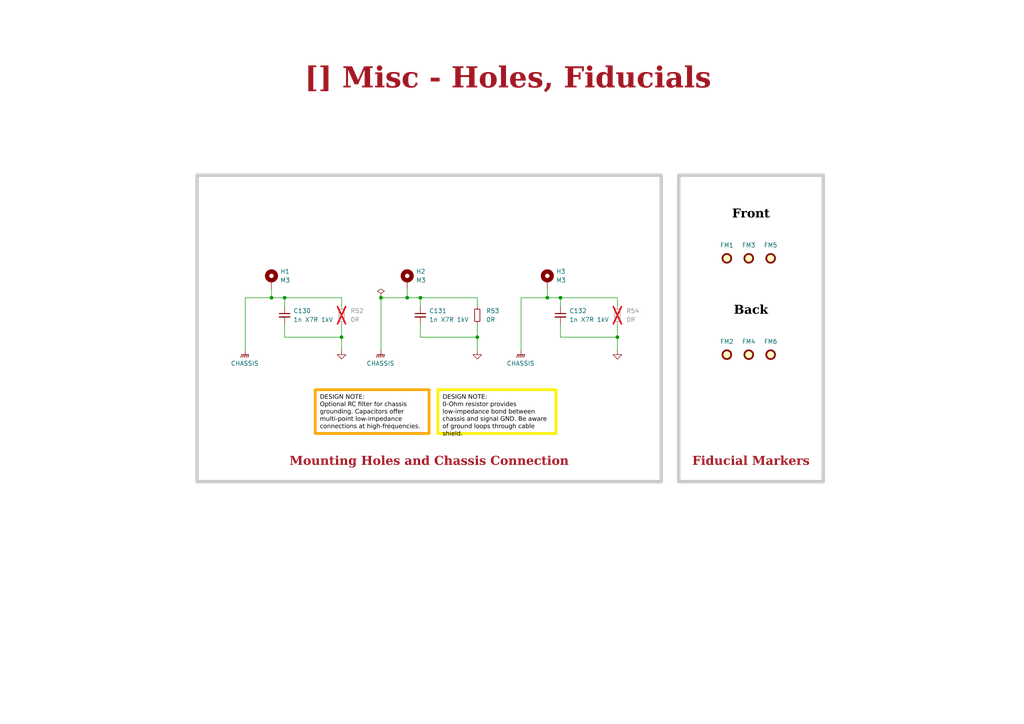
<source format=kicad_sch>
(kicad_sch
	(version 20231120)
	(generator "eeschema")
	(generator_version "8.0")
	(uuid "ea8c4f5e-7a49-4faf-a994-dbc85ed86b0a")
	(paper "A4")
	(title_block
		(title "Misc - Holes, Fiducials")
		(date "2023-10-22")
		(rev "${REVISION}")
		(company "${COMPANY}")
	)
	(lib_symbols
		(symbol "0_power_symbols:CHASSIS"
			(power)
			(pin_names
				(offset 0)
			)
			(exclude_from_sim no)
			(in_bom yes)
			(on_board yes)
			(property "Reference" "#PWR"
				(at 0 -5.08 0)
				(effects
					(font
						(size 1.27 1.27)
					)
					(hide yes)
				)
			)
			(property "Value" "CHASSIS"
				(at 0 -3.302 0)
				(effects
					(font
						(size 1.27 1.27)
					)
				)
			)
			(property "Footprint" ""
				(at 0 -1.27 0)
				(effects
					(font
						(size 1.27 1.27)
					)
					(hide yes)
				)
			)
			(property "Datasheet" ""
				(at 0 -1.27 0)
				(effects
					(font
						(size 1.27 1.27)
					)
					(hide yes)
				)
			)
			(property "Description" "Power symbol creates a global label with name \"CHASSIS\" , global ground"
				(at 0 0 0)
				(effects
					(font
						(size 1.27 1.27)
					)
					(hide yes)
				)
			)
			(property "ki_keywords" "chassis ground"
				(at 0 0 0)
				(effects
					(font
						(size 1.27 1.27)
					)
					(hide yes)
				)
			)
			(symbol "CHASSIS_0_1"
				(polyline
					(pts
						(xy 0 -1.27) (xy 0 0)
					)
					(stroke
						(width 0)
						(type default)
					)
					(fill
						(type none)
					)
				)
				(polyline
					(pts
						(xy -1.016 -1.27) (xy -1.27 -2.032) (xy -1.27 -2.032)
					)
					(stroke
						(width 0.2032)
						(type default)
					)
					(fill
						(type none)
					)
				)
				(polyline
					(pts
						(xy -0.508 -1.27) (xy -0.762 -2.032) (xy -0.762 -2.032)
					)
					(stroke
						(width 0.2032)
						(type default)
					)
					(fill
						(type none)
					)
				)
				(polyline
					(pts
						(xy 0 -1.27) (xy -0.254 -2.032) (xy -0.254 -2.032)
					)
					(stroke
						(width 0.2032)
						(type default)
					)
					(fill
						(type none)
					)
				)
				(polyline
					(pts
						(xy 0.508 -1.27) (xy 0.254 -2.032) (xy 0.254 -2.032)
					)
					(stroke
						(width 0.2032)
						(type default)
					)
					(fill
						(type none)
					)
				)
				(polyline
					(pts
						(xy 1.016 -1.27) (xy -1.016 -1.27) (xy -1.016 -1.27)
					)
					(stroke
						(width 0.2032)
						(type default)
					)
					(fill
						(type none)
					)
				)
				(polyline
					(pts
						(xy 1.016 -1.27) (xy 0.762 -2.032) (xy 0.762 -2.032) (xy 0.762 -2.032)
					)
					(stroke
						(width 0.2032)
						(type default)
					)
					(fill
						(type none)
					)
				)
			)
			(symbol "CHASSIS_1_1"
				(pin power_in line
					(at 0 0 270)
					(length 0) hide
					(name "CHASSIS"
						(effects
							(font
								(size 1.27 1.27)
							)
						)
					)
					(number "1"
						(effects
							(font
								(size 1.27 1.27)
							)
						)
					)
				)
			)
		)
		(symbol "Device:C_Small"
			(pin_numbers hide)
			(pin_names
				(offset 0.254) hide)
			(exclude_from_sim no)
			(in_bom yes)
			(on_board yes)
			(property "Reference" "C"
				(at 0.254 1.778 0)
				(effects
					(font
						(size 1.27 1.27)
					)
					(justify left)
				)
			)
			(property "Value" "C_Small"
				(at 0.254 -2.032 0)
				(effects
					(font
						(size 1.27 1.27)
					)
					(justify left)
				)
			)
			(property "Footprint" ""
				(at 0 0 0)
				(effects
					(font
						(size 1.27 1.27)
					)
					(hide yes)
				)
			)
			(property "Datasheet" "~"
				(at 0 0 0)
				(effects
					(font
						(size 1.27 1.27)
					)
					(hide yes)
				)
			)
			(property "Description" "Unpolarized capacitor, small symbol"
				(at 0 0 0)
				(effects
					(font
						(size 1.27 1.27)
					)
					(hide yes)
				)
			)
			(property "ki_keywords" "capacitor cap"
				(at 0 0 0)
				(effects
					(font
						(size 1.27 1.27)
					)
					(hide yes)
				)
			)
			(property "ki_fp_filters" "C_*"
				(at 0 0 0)
				(effects
					(font
						(size 1.27 1.27)
					)
					(hide yes)
				)
			)
			(symbol "C_Small_0_1"
				(polyline
					(pts
						(xy -1.524 -0.508) (xy 1.524 -0.508)
					)
					(stroke
						(width 0.3302)
						(type default)
					)
					(fill
						(type none)
					)
				)
				(polyline
					(pts
						(xy -1.524 0.508) (xy 1.524 0.508)
					)
					(stroke
						(width 0.3048)
						(type default)
					)
					(fill
						(type none)
					)
				)
			)
			(symbol "C_Small_1_1"
				(pin passive line
					(at 0 2.54 270)
					(length 2.032)
					(name "~"
						(effects
							(font
								(size 1.27 1.27)
							)
						)
					)
					(number "1"
						(effects
							(font
								(size 1.27 1.27)
							)
						)
					)
				)
				(pin passive line
					(at 0 -2.54 90)
					(length 2.032)
					(name "~"
						(effects
							(font
								(size 1.27 1.27)
							)
						)
					)
					(number "2"
						(effects
							(font
								(size 1.27 1.27)
							)
						)
					)
				)
			)
		)
		(symbol "Device:R_Small"
			(pin_numbers hide)
			(pin_names
				(offset 0.254) hide)
			(exclude_from_sim no)
			(in_bom yes)
			(on_board yes)
			(property "Reference" "R"
				(at 0.762 0.508 0)
				(effects
					(font
						(size 1.27 1.27)
					)
					(justify left)
				)
			)
			(property "Value" "R_Small"
				(at 0.762 -1.016 0)
				(effects
					(font
						(size 1.27 1.27)
					)
					(justify left)
				)
			)
			(property "Footprint" ""
				(at 0 0 0)
				(effects
					(font
						(size 1.27 1.27)
					)
					(hide yes)
				)
			)
			(property "Datasheet" "~"
				(at 0 0 0)
				(effects
					(font
						(size 1.27 1.27)
					)
					(hide yes)
				)
			)
			(property "Description" "Resistor, small symbol"
				(at 0 0 0)
				(effects
					(font
						(size 1.27 1.27)
					)
					(hide yes)
				)
			)
			(property "ki_keywords" "R resistor"
				(at 0 0 0)
				(effects
					(font
						(size 1.27 1.27)
					)
					(hide yes)
				)
			)
			(property "ki_fp_filters" "R_*"
				(at 0 0 0)
				(effects
					(font
						(size 1.27 1.27)
					)
					(hide yes)
				)
			)
			(symbol "R_Small_0_1"
				(rectangle
					(start -0.762 1.778)
					(end 0.762 -1.778)
					(stroke
						(width 0.2032)
						(type default)
					)
					(fill
						(type none)
					)
				)
			)
			(symbol "R_Small_1_1"
				(pin passive line
					(at 0 2.54 270)
					(length 0.762)
					(name "~"
						(effects
							(font
								(size 1.27 1.27)
							)
						)
					)
					(number "1"
						(effects
							(font
								(size 1.27 1.27)
							)
						)
					)
				)
				(pin passive line
					(at 0 -2.54 90)
					(length 0.762)
					(name "~"
						(effects
							(font
								(size 1.27 1.27)
							)
						)
					)
					(number "2"
						(effects
							(font
								(size 1.27 1.27)
							)
						)
					)
				)
			)
		)
		(symbol "Mechanical:Fiducial"
			(exclude_from_sim no)
			(in_bom yes)
			(on_board yes)
			(property "Reference" "FID"
				(at 0 5.08 0)
				(effects
					(font
						(size 1.27 1.27)
					)
				)
			)
			(property "Value" "Fiducial"
				(at 0 3.175 0)
				(effects
					(font
						(size 1.27 1.27)
					)
				)
			)
			(property "Footprint" ""
				(at 0 0 0)
				(effects
					(font
						(size 1.27 1.27)
					)
					(hide yes)
				)
			)
			(property "Datasheet" "~"
				(at 0 0 0)
				(effects
					(font
						(size 1.27 1.27)
					)
					(hide yes)
				)
			)
			(property "Description" "Fiducial Marker"
				(at 0 0 0)
				(effects
					(font
						(size 1.27 1.27)
					)
					(hide yes)
				)
			)
			(property "ki_keywords" "fiducial marker"
				(at 0 0 0)
				(effects
					(font
						(size 1.27 1.27)
					)
					(hide yes)
				)
			)
			(property "ki_fp_filters" "Fiducial*"
				(at 0 0 0)
				(effects
					(font
						(size 1.27 1.27)
					)
					(hide yes)
				)
			)
			(symbol "Fiducial_0_1"
				(circle
					(center 0 0)
					(radius 1.27)
					(stroke
						(width 0.508)
						(type default)
					)
					(fill
						(type background)
					)
				)
			)
		)
		(symbol "Mechanical:MountingHole_Pad"
			(pin_numbers hide)
			(pin_names
				(offset 1.016) hide)
			(exclude_from_sim no)
			(in_bom yes)
			(on_board yes)
			(property "Reference" "H"
				(at 0 6.35 0)
				(effects
					(font
						(size 1.27 1.27)
					)
				)
			)
			(property "Value" "MountingHole_Pad"
				(at 0 4.445 0)
				(effects
					(font
						(size 1.27 1.27)
					)
				)
			)
			(property "Footprint" ""
				(at 0 0 0)
				(effects
					(font
						(size 1.27 1.27)
					)
					(hide yes)
				)
			)
			(property "Datasheet" "~"
				(at 0 0 0)
				(effects
					(font
						(size 1.27 1.27)
					)
					(hide yes)
				)
			)
			(property "Description" "Mounting Hole with connection"
				(at 0 0 0)
				(effects
					(font
						(size 1.27 1.27)
					)
					(hide yes)
				)
			)
			(property "ki_keywords" "mounting hole"
				(at 0 0 0)
				(effects
					(font
						(size 1.27 1.27)
					)
					(hide yes)
				)
			)
			(property "ki_fp_filters" "MountingHole*Pad*"
				(at 0 0 0)
				(effects
					(font
						(size 1.27 1.27)
					)
					(hide yes)
				)
			)
			(symbol "MountingHole_Pad_0_1"
				(circle
					(center 0 1.27)
					(radius 1.27)
					(stroke
						(width 1.27)
						(type default)
					)
					(fill
						(type none)
					)
				)
			)
			(symbol "MountingHole_Pad_1_1"
				(pin input line
					(at 0 -2.54 90)
					(length 2.54)
					(name "1"
						(effects
							(font
								(size 1.27 1.27)
							)
						)
					)
					(number "1"
						(effects
							(font
								(size 1.27 1.27)
							)
						)
					)
				)
			)
		)
		(symbol "power:GND"
			(power)
			(pin_names
				(offset 0)
			)
			(exclude_from_sim no)
			(in_bom yes)
			(on_board yes)
			(property "Reference" "#PWR"
				(at 0 -6.35 0)
				(effects
					(font
						(size 1.27 1.27)
					)
					(hide yes)
				)
			)
			(property "Value" "GND"
				(at 0 -3.81 0)
				(effects
					(font
						(size 1.27 1.27)
					)
				)
			)
			(property "Footprint" ""
				(at 0 0 0)
				(effects
					(font
						(size 1.27 1.27)
					)
					(hide yes)
				)
			)
			(property "Datasheet" ""
				(at 0 0 0)
				(effects
					(font
						(size 1.27 1.27)
					)
					(hide yes)
				)
			)
			(property "Description" "Power symbol creates a global label with name \"GND\" , ground"
				(at 0 0 0)
				(effects
					(font
						(size 1.27 1.27)
					)
					(hide yes)
				)
			)
			(property "ki_keywords" "global power"
				(at 0 0 0)
				(effects
					(font
						(size 1.27 1.27)
					)
					(hide yes)
				)
			)
			(symbol "GND_0_1"
				(polyline
					(pts
						(xy 0 0) (xy 0 -1.27) (xy 1.27 -1.27) (xy 0 -2.54) (xy -1.27 -1.27) (xy 0 -1.27)
					)
					(stroke
						(width 0)
						(type default)
					)
					(fill
						(type none)
					)
				)
			)
			(symbol "GND_1_1"
				(pin power_in line
					(at 0 0 270)
					(length 0) hide
					(name "GND"
						(effects
							(font
								(size 1.27 1.27)
							)
						)
					)
					(number "1"
						(effects
							(font
								(size 1.27 1.27)
							)
						)
					)
				)
			)
		)
		(symbol "power:PWR_FLAG"
			(power)
			(pin_numbers hide)
			(pin_names
				(offset 0) hide)
			(exclude_from_sim no)
			(in_bom yes)
			(on_board yes)
			(property "Reference" "#FLG"
				(at 0 1.905 0)
				(effects
					(font
						(size 1.27 1.27)
					)
					(hide yes)
				)
			)
			(property "Value" "PWR_FLAG"
				(at 0 3.81 0)
				(effects
					(font
						(size 1.27 1.27)
					)
				)
			)
			(property "Footprint" ""
				(at 0 0 0)
				(effects
					(font
						(size 1.27 1.27)
					)
					(hide yes)
				)
			)
			(property "Datasheet" "~"
				(at 0 0 0)
				(effects
					(font
						(size 1.27 1.27)
					)
					(hide yes)
				)
			)
			(property "Description" "Special symbol for telling ERC where power comes from"
				(at 0 0 0)
				(effects
					(font
						(size 1.27 1.27)
					)
					(hide yes)
				)
			)
			(property "ki_keywords" "flag power"
				(at 0 0 0)
				(effects
					(font
						(size 1.27 1.27)
					)
					(hide yes)
				)
			)
			(symbol "PWR_FLAG_0_0"
				(pin power_out line
					(at 0 0 90)
					(length 0)
					(name "pwr"
						(effects
							(font
								(size 1.27 1.27)
							)
						)
					)
					(number "1"
						(effects
							(font
								(size 1.27 1.27)
							)
						)
					)
				)
			)
			(symbol "PWR_FLAG_0_1"
				(polyline
					(pts
						(xy 0 0) (xy 0 1.27) (xy -1.016 1.905) (xy 0 2.54) (xy 1.016 1.905) (xy 0 1.27)
					)
					(stroke
						(width 0)
						(type default)
					)
					(fill
						(type none)
					)
				)
			)
		)
	)
	(junction
		(at 110.49 86.36)
		(diameter 0)
		(color 0 0 0 0)
		(uuid "2671e51f-ec75-472c-b37c-11458bfbd629")
	)
	(junction
		(at 158.75 86.36)
		(diameter 0)
		(color 0 0 0 0)
		(uuid "34ccfe2e-dab2-46c8-b22e-9d3bf08425df")
	)
	(junction
		(at 78.74 86.36)
		(diameter 0)
		(color 0 0 0 0)
		(uuid "50e4a717-3222-4efa-9f34-af71f1292755")
	)
	(junction
		(at 138.43 97.79)
		(diameter 0)
		(color 0 0 0 0)
		(uuid "54b20158-40c5-4c8d-88b2-0b73f7c28cfa")
	)
	(junction
		(at 118.11 86.36)
		(diameter 0)
		(color 0 0 0 0)
		(uuid "5a09713d-ca89-42d4-b0b2-1a6666f49220")
	)
	(junction
		(at 99.06 97.79)
		(diameter 0)
		(color 0 0 0 0)
		(uuid "65426912-09cd-440f-b7f5-5a8afb2e90fa")
	)
	(junction
		(at 82.55 86.36)
		(diameter 0)
		(color 0 0 0 0)
		(uuid "775c647b-4c75-4721-b427-72db6fc1f934")
	)
	(junction
		(at 162.56 86.36)
		(diameter 0)
		(color 0 0 0 0)
		(uuid "9731c369-b1b4-4f7c-8972-075e7bc97c0e")
	)
	(junction
		(at 121.92 86.36)
		(diameter 0)
		(color 0 0 0 0)
		(uuid "a76bb50b-5246-4597-8563-82ca22755ec3")
	)
	(junction
		(at 179.07 97.79)
		(diameter 0)
		(color 0 0 0 0)
		(uuid "e1534036-ffc9-4c5e-becd-2ad519cbb8a7")
	)
	(wire
		(pts
			(xy 78.74 86.36) (xy 82.55 86.36)
		)
		(stroke
			(width 0)
			(type default)
		)
		(uuid "0823791f-c5e2-4a35-85c8-6175d5f3c299")
	)
	(wire
		(pts
			(xy 82.55 97.79) (xy 99.06 97.79)
		)
		(stroke
			(width 0)
			(type default)
		)
		(uuid "0c177d00-8f79-4640-91e0-645c3f662e20")
	)
	(wire
		(pts
			(xy 99.06 97.79) (xy 99.06 93.98)
		)
		(stroke
			(width 0)
			(type default)
		)
		(uuid "1b01e6c5-1f17-46fa-8e8a-60d574f30680")
	)
	(wire
		(pts
			(xy 179.07 97.79) (xy 179.07 101.6)
		)
		(stroke
			(width 0)
			(type default)
		)
		(uuid "1cd6e6bc-498a-4e6b-a72d-4b1306b4756f")
	)
	(wire
		(pts
			(xy 162.56 86.36) (xy 162.56 88.9)
		)
		(stroke
			(width 0)
			(type default)
		)
		(uuid "30cab861-8248-431e-8805-069f310e442b")
	)
	(wire
		(pts
			(xy 158.75 83.82) (xy 158.75 86.36)
		)
		(stroke
			(width 0)
			(type default)
		)
		(uuid "35120fbf-7ce9-44e7-8214-2fee9bed7658")
	)
	(wire
		(pts
			(xy 151.13 86.36) (xy 158.75 86.36)
		)
		(stroke
			(width 0)
			(type default)
		)
		(uuid "38a674c9-50ac-48e3-b437-4b2bd8dd2fc5")
	)
	(wire
		(pts
			(xy 151.13 101.6) (xy 151.13 86.36)
		)
		(stroke
			(width 0)
			(type default)
		)
		(uuid "3c9ffa5c-5b66-470d-8074-a921fdc83d88")
	)
	(wire
		(pts
			(xy 138.43 86.36) (xy 138.43 88.9)
		)
		(stroke
			(width 0)
			(type default)
		)
		(uuid "4a491d60-d374-4c8d-9903-8923e4596332")
	)
	(wire
		(pts
			(xy 179.07 86.36) (xy 179.07 88.9)
		)
		(stroke
			(width 0)
			(type default)
		)
		(uuid "4d34d9c3-40e0-435c-8592-a0abaa469bf8")
	)
	(wire
		(pts
			(xy 82.55 93.98) (xy 82.55 97.79)
		)
		(stroke
			(width 0)
			(type default)
		)
		(uuid "5bba0834-9fb3-45b8-9d66-e56f7be5b49e")
	)
	(wire
		(pts
			(xy 110.49 86.36) (xy 110.49 101.6)
		)
		(stroke
			(width 0)
			(type default)
		)
		(uuid "5e6f0f6b-50d1-421c-b3c5-5ac57ce5ad94")
	)
	(wire
		(pts
			(xy 121.92 86.36) (xy 138.43 86.36)
		)
		(stroke
			(width 0)
			(type default)
		)
		(uuid "5fd34ae5-f7af-4231-a6dd-abc9ba357567")
	)
	(wire
		(pts
			(xy 99.06 86.36) (xy 99.06 88.9)
		)
		(stroke
			(width 0)
			(type default)
		)
		(uuid "5fd881e1-89bc-4ff4-b4df-18a90eecb331")
	)
	(wire
		(pts
			(xy 71.12 86.36) (xy 78.74 86.36)
		)
		(stroke
			(width 0)
			(type default)
		)
		(uuid "62da073a-1163-4a55-ab30-df995a1657b0")
	)
	(wire
		(pts
			(xy 162.56 97.79) (xy 179.07 97.79)
		)
		(stroke
			(width 0)
			(type default)
		)
		(uuid "635e4d47-8c11-44db-924b-3650cd7f27ea")
	)
	(wire
		(pts
			(xy 158.75 86.36) (xy 162.56 86.36)
		)
		(stroke
			(width 0)
			(type default)
		)
		(uuid "6ffce783-c21f-440f-a793-b39b9aae2621")
	)
	(wire
		(pts
			(xy 138.43 97.79) (xy 138.43 93.98)
		)
		(stroke
			(width 0)
			(type default)
		)
		(uuid "74a839df-3cbe-49b0-9677-02ba0f8f991a")
	)
	(wire
		(pts
			(xy 118.11 86.36) (xy 121.92 86.36)
		)
		(stroke
			(width 0)
			(type default)
		)
		(uuid "74b425ab-f12e-4227-ac7e-bec15e855ba9")
	)
	(wire
		(pts
			(xy 118.11 83.82) (xy 118.11 86.36)
		)
		(stroke
			(width 0)
			(type default)
		)
		(uuid "76910f3e-6fcd-4ce7-bb15-1315be242c2b")
	)
	(wire
		(pts
			(xy 121.92 93.98) (xy 121.92 97.79)
		)
		(stroke
			(width 0)
			(type default)
		)
		(uuid "79216d51-401b-49b8-8e81-24bf76f843e6")
	)
	(wire
		(pts
			(xy 121.92 97.79) (xy 138.43 97.79)
		)
		(stroke
			(width 0)
			(type default)
		)
		(uuid "8df3ff34-b802-4582-9f64-fd271cf84211")
	)
	(wire
		(pts
			(xy 78.74 83.82) (xy 78.74 86.36)
		)
		(stroke
			(width 0)
			(type default)
		)
		(uuid "971f1b16-11d7-4483-b0c7-03dfd59cdf8f")
	)
	(wire
		(pts
			(xy 179.07 97.79) (xy 179.07 93.98)
		)
		(stroke
			(width 0)
			(type default)
		)
		(uuid "9b020132-b37d-475b-b9ff-adfcd962e068")
	)
	(wire
		(pts
			(xy 162.56 86.36) (xy 179.07 86.36)
		)
		(stroke
			(width 0)
			(type default)
		)
		(uuid "a943c666-7918-4f78-9690-3bfb0e2d1882")
	)
	(wire
		(pts
			(xy 121.92 86.36) (xy 121.92 88.9)
		)
		(stroke
			(width 0)
			(type default)
		)
		(uuid "ab4bb696-caf2-4039-9420-de3cc4d650e8")
	)
	(wire
		(pts
			(xy 162.56 93.98) (xy 162.56 97.79)
		)
		(stroke
			(width 0)
			(type default)
		)
		(uuid "aea56dab-6f31-4d66-834d-fc170e1a7aea")
	)
	(wire
		(pts
			(xy 82.55 86.36) (xy 82.55 88.9)
		)
		(stroke
			(width 0)
			(type default)
		)
		(uuid "b13f7674-89fa-4309-8a05-27104587c6dd")
	)
	(wire
		(pts
			(xy 82.55 86.36) (xy 99.06 86.36)
		)
		(stroke
			(width 0)
			(type default)
		)
		(uuid "b68389f7-c557-486c-9197-6e11e8c11737")
	)
	(wire
		(pts
			(xy 138.43 97.79) (xy 138.43 101.6)
		)
		(stroke
			(width 0)
			(type default)
		)
		(uuid "bc6d1235-059a-4ab5-9be1-f0357585956f")
	)
	(wire
		(pts
			(xy 99.06 97.79) (xy 99.06 101.6)
		)
		(stroke
			(width 0)
			(type default)
		)
		(uuid "bd7397cb-8120-48ab-abe0-afad80f3bc5a")
	)
	(wire
		(pts
			(xy 110.49 86.36) (xy 118.11 86.36)
		)
		(stroke
			(width 0)
			(type default)
		)
		(uuid "c3cfc28a-b959-4af5-a911-649b47468612")
	)
	(wire
		(pts
			(xy 71.12 101.6) (xy 71.12 86.36)
		)
		(stroke
			(width 0)
			(type default)
		)
		(uuid "ea9e97f7-a3eb-4ac8-a083-694c71ae9070")
	)
	(rectangle
		(start 57.15 50.8)
		(end 191.77 139.7)
		(stroke
			(width 1)
			(type default)
			(color 200 200 200 1)
		)
		(fill
			(type none)
		)
		(uuid 82ae8423-861f-411a-a576-47afbe0c084e)
	)
	(rectangle
		(start 196.85 50.8)
		(end 238.76 139.7)
		(stroke
			(width 1)
			(type default)
			(color 200 200 200 1)
		)
		(fill
			(type none)
		)
		(uuid c43bbf9f-5608-4e8e-a85d-9703774f034f)
	)
	(text_box "Front"
		(exclude_from_sim no)
		(at 198.12 55.88 0)
		(size 39.37 9.525)
		(stroke
			(width -0.0001)
			(type default)
		)
		(fill
			(type none)
		)
		(effects
			(font
				(face "Times New Roman")
				(size 2.54 2.54)
				(thickness 0.508)
				(bold yes)
				(color 0 0 0 1)
			)
			(justify bottom)
		)
		(uuid "1d5b5447-d118-43c6-8e07-181e73a087b1")
	)
	(text_box "Back"
		(exclude_from_sim no)
		(at 198.12 83.82 0)
		(size 39.37 9.525)
		(stroke
			(width -0.0001)
			(type default)
		)
		(fill
			(type none)
		)
		(effects
			(font
				(face "Times New Roman")
				(size 2.54 2.54)
				(thickness 0.508)
				(bold yes)
				(color 0 0 0 1)
			)
			(justify bottom)
		)
		(uuid "675351b1-efd8-4338-b2dd-fe81908e1bcf")
	)
	(text_box "DESIGN NOTE:\n0-Ohm resistor provides low-impedance bond between chassis and signal GND. Be aware of ground loops through cable shield."
		(exclude_from_sim no)
		(at 127 113.03 0)
		(size 34.29 12.7)
		(stroke
			(width 0.8)
			(type solid)
			(color 250 236 0 1)
		)
		(fill
			(type none)
		)
		(effects
			(font
				(face "Arial")
				(size 1.27 1.27)
				(color 0 0 0 1)
			)
			(justify left top)
		)
		(uuid "6a246a01-23fc-4f1c-baf7-56a4e92e2a9d")
	)
	(text_box "[${#}] ${TITLE}"
		(exclude_from_sim no)
		(at 78.74 16.51 0)
		(size 137.16 12.7)
		(stroke
			(width -0.0001)
			(type default)
		)
		(fill
			(type none)
		)
		(effects
			(font
				(face "Times New Roman")
				(size 6 6)
				(thickness 1.2)
				(bold yes)
				(color 162 22 34 1)
			)
		)
		(uuid "6f6adca3-38fb-4548-991f-a67c696d3893")
	)
	(text_box "Fiducial Markers"
		(exclude_from_sim no)
		(at 198.12 128.27 0)
		(size 39.37 8.89)
		(stroke
			(width -0.0001)
			(type default)
		)
		(fill
			(type none)
		)
		(effects
			(font
				(face "Times New Roman")
				(size 2.54 2.54)
				(thickness 0.508)
				(bold yes)
				(color 162 22 34 1)
			)
			(justify bottom)
		)
		(uuid "9ef95005-5fe5-4dd8-807e-dabd6e8b6331")
	)
	(text_box "Mounting Holes and Chassis Connection"
		(exclude_from_sim no)
		(at 58.42 128.27 0)
		(size 132.08 8.89)
		(stroke
			(width -0.0001)
			(type default)
		)
		(fill
			(type none)
		)
		(effects
			(font
				(face "Times New Roman")
				(size 2.54 2.54)
				(thickness 0.508)
				(bold yes)
				(color 162 22 34 1)
			)
			(justify bottom)
		)
		(uuid "a72e32ee-68db-4ba6-b711-30c77c532aaa")
	)
	(text_box "DESIGN NOTE:\nOptional RC filter for chassis grounding. Capacitors offer multi-point low-impedance connections at high-frequencies."
		(exclude_from_sim no)
		(at 91.44 113.03 0)
		(size 33.02 12.7)
		(stroke
			(width 0.8)
			(type solid)
			(color 255 165 0 1)
		)
		(fill
			(type none)
		)
		(effects
			(font
				(face "Arial")
				(size 1.27 1.27)
				(color 0 0 0 1)
			)
			(justify left top)
		)
		(uuid "b0698c83-9d53-44ab-9c35-f058c0324aa4")
	)
	(symbol
		(lib_id "power:GND")
		(at 99.06 101.6 0)
		(unit 1)
		(exclude_from_sim no)
		(in_bom yes)
		(on_board yes)
		(dnp no)
		(uuid "008f8286-5966-4d9f-9d95-8c1d4af2cccc")
		(property "Reference" "#PWR091"
			(at 99.06 107.95 0)
			(effects
				(font
					(size 1.27 1.27)
				)
				(hide yes)
			)
		)
		(property "Value" "GND"
			(at 99.06 105.41 0)
			(effects
				(font
					(size 1.27 1.27)
				)
				(hide yes)
			)
		)
		(property "Footprint" ""
			(at 99.06 101.6 0)
			(effects
				(font
					(size 1.27 1.27)
				)
				(hide yes)
			)
		)
		(property "Datasheet" ""
			(at 99.06 101.6 0)
			(effects
				(font
					(size 1.27 1.27)
				)
				(hide yes)
			)
		)
		(property "Description" ""
			(at 99.06 101.6 0)
			(effects
				(font
					(size 1.27 1.27)
				)
				(hide yes)
			)
		)
		(pin "1"
			(uuid "b4c1181e-e87e-49cc-96e6-bfce7fdf2b8b")
		)
		(instances
			(project "pcb2blender_tmp"
				(path "/0650c7a8-acba-429c-9f8e-eec0baf0bc1c/fede4c36-00cc-4d3d-b71c-5243ba232202/c35a2394-f5db-4d2b-a6ba-34798059bc1f"
					(reference "#PWR091")
					(unit 1)
				)
			)
		)
	)
	(symbol
		(lib_id "Device:C_Small")
		(at 82.55 91.44 0)
		(unit 1)
		(exclude_from_sim no)
		(in_bom yes)
		(on_board yes)
		(dnp no)
		(fields_autoplaced yes)
		(uuid "04b77f75-6a68-4d8c-8e1b-5f78ca43aa31")
		(property "Reference" "C130"
			(at 85.09 90.1763 0)
			(effects
				(font
					(size 1.27 1.27)
				)
				(justify left)
			)
		)
		(property "Value" "1n X7R 1kV"
			(at 85.09 92.7163 0)
			(effects
				(font
					(size 1.27 1.27)
				)
				(justify left)
			)
		)
		(property "Footprint" "0_capacitor_smd:C_0603_1608_DensityHigh"
			(at 82.55 91.44 0)
			(effects
				(font
					(size 1.27 1.27)
				)
				(hide yes)
			)
		)
		(property "Datasheet" "https://connect.kemet.com:7667/gateway/IntelliData-ComponentDocumentation/1.0/download/specsheet/C0603V102KDRAC7867"
			(at 82.55 91.44 0)
			(effects
				(font
					(size 1.27 1.27)
				)
				(hide yes)
			)
		)
		(property "Description" "1000 pF ±10% 1000V (1kV) Ceramic Capacitor X7R 0603 (1608 Metric)"
			(at 82.55 91.44 0)
			(effects
				(font
					(size 1.27 1.27)
				)
				(hide yes)
			)
		)
		(property "Manufacturer" "KEMET"
			(at 82.55 91.44 0)
			(effects
				(font
					(size 1.27 1.27)
				)
				(hide yes)
			)
		)
		(property "Manufacturer Part Number" "C0603V102KDRAC7867"
			(at 82.55 91.44 0)
			(effects
				(font
					(size 1.27 1.27)
				)
				(hide yes)
			)
		)
		(property "Supplier 1" "Digikey"
			(at 82.55 91.44 0)
			(effects
				(font
					(size 1.27 1.27)
				)
				(hide yes)
			)
		)
		(property "Supplier Part Number 1" "399-12306-1-ND"
			(at 82.55 91.44 0)
			(effects
				(font
					(size 1.27 1.27)
				)
				(hide yes)
			)
		)
		(pin "1"
			(uuid "4a24eb71-9d59-449f-8191-889bbae59723")
		)
		(pin "2"
			(uuid "cfdee5ff-8322-4c01-8509-34faf6a9db6b")
		)
		(instances
			(project "pcb2blender_tmp"
				(path "/0650c7a8-acba-429c-9f8e-eec0baf0bc1c/fede4c36-00cc-4d3d-b71c-5243ba232202/c35a2394-f5db-4d2b-a6ba-34798059bc1f"
					(reference "C130")
					(unit 1)
				)
			)
		)
	)
	(symbol
		(lib_id "Mechanical:Fiducial")
		(at 210.82 102.87 0)
		(unit 1)
		(exclude_from_sim no)
		(in_bom no)
		(on_board yes)
		(dnp no)
		(uuid "11ef4624-301a-4881-80b3-d63e1c780e46")
		(property "Reference" "FM2"
			(at 210.82 99.06 0)
			(effects
				(font
					(size 1.27 1.27)
				)
			)
		)
		(property "Value" "Fiducial"
			(at 213.36 104.14 0)
			(effects
				(font
					(size 1.27 1.27)
				)
				(justify left)
				(hide yes)
			)
		)
		(property "Footprint" "0_fiducials:Fiducial_1mm_Mask2mm"
			(at 210.82 102.87 0)
			(effects
				(font
					(size 1.27 1.27)
				)
				(hide yes)
			)
		)
		(property "Datasheet" "~"
			(at 210.82 102.87 0)
			(effects
				(font
					(size 1.27 1.27)
				)
				(hide yes)
			)
		)
		(property "Description" ""
			(at 210.82 102.87 0)
			(effects
				(font
					(size 1.27 1.27)
				)
				(hide yes)
			)
		)
		(instances
			(project "pcb2blender_tmp"
				(path "/0650c7a8-acba-429c-9f8e-eec0baf0bc1c/fede4c36-00cc-4d3d-b71c-5243ba232202/c35a2394-f5db-4d2b-a6ba-34798059bc1f"
					(reference "FM2")
					(unit 1)
				)
			)
		)
	)
	(symbol
		(lib_id "Mechanical:Fiducial")
		(at 223.52 74.93 0)
		(unit 1)
		(exclude_from_sim no)
		(in_bom no)
		(on_board yes)
		(dnp no)
		(uuid "18aa3419-68bf-4019-9f70-04bfac735c16")
		(property "Reference" "FM5"
			(at 223.52 71.12 0)
			(effects
				(font
					(size 1.27 1.27)
				)
			)
		)
		(property "Value" "Fiducial"
			(at 226.06 76.2 0)
			(effects
				(font
					(size 1.27 1.27)
				)
				(justify left)
				(hide yes)
			)
		)
		(property "Footprint" "0_fiducials:Fiducial_1mm_Mask2mm"
			(at 223.52 74.93 0)
			(effects
				(font
					(size 1.27 1.27)
				)
				(hide yes)
			)
		)
		(property "Datasheet" "~"
			(at 223.52 74.93 0)
			(effects
				(font
					(size 1.27 1.27)
				)
				(hide yes)
			)
		)
		(property "Description" ""
			(at 223.52 74.93 0)
			(effects
				(font
					(size 1.27 1.27)
				)
				(hide yes)
			)
		)
		(instances
			(project "pcb2blender_tmp"
				(path "/0650c7a8-acba-429c-9f8e-eec0baf0bc1c/fede4c36-00cc-4d3d-b71c-5243ba232202/c35a2394-f5db-4d2b-a6ba-34798059bc1f"
					(reference "FM5")
					(unit 1)
				)
			)
		)
	)
	(symbol
		(lib_id "Device:R_Small")
		(at 179.07 91.44 0)
		(unit 1)
		(exclude_from_sim no)
		(in_bom no)
		(on_board yes)
		(dnp yes)
		(fields_autoplaced yes)
		(uuid "23594b87-582c-4cc7-ab62-820b8cc12ad0")
		(property "Reference" "R54"
			(at 181.61 90.17 0)
			(effects
				(font
					(size 1.27 1.27)
				)
				(justify left)
			)
		)
		(property "Value" "0R"
			(at 181.61 92.71 0)
			(effects
				(font
					(size 1.27 1.27)
				)
				(justify left)
			)
		)
		(property "Footprint" "0_resistor_smd:R_0603_1608_DensityHigh"
			(at 179.07 91.44 0)
			(effects
				(font
					(size 1.27 1.27)
				)
				(hide yes)
			)
		)
		(property "Datasheet" "https://www.vishay.com/docs/20043/crcwhpe3.pdf"
			(at 179.07 91.44 0)
			(effects
				(font
					(size 1.27 1.27)
				)
				(hide yes)
			)
		)
		(property "Description" "0 Ohms Jumper Chip Resistor 0603 (1608 Metric) Automotive AEC-Q200, Pulse Withstanding Thick Film"
			(at 179.07 91.44 0)
			(effects
				(font
					(size 1.27 1.27)
				)
				(hide yes)
			)
		)
		(property "Manufacturer" "Vishay"
			(at 179.07 91.44 0)
			(effects
				(font
					(size 1.27 1.27)
				)
				(hide yes)
			)
		)
		(property "Manufacturer Part Number" "CRCW06030000Z0EAHP"
			(at 179.07 91.44 0)
			(effects
				(font
					(size 1.27 1.27)
				)
				(hide yes)
			)
		)
		(property "Supplier 1" "Digikey"
			(at 179.07 91.44 0)
			(effects
				(font
					(size 1.27 1.27)
				)
				(hide yes)
			)
		)
		(property "Supplier Part Number 1" "541-0.0SBCT-ND"
			(at 179.07 91.44 0)
			(effects
				(font
					(size 1.27 1.27)
				)
				(hide yes)
			)
		)
		(pin "1"
			(uuid "923b8a58-f525-4b3f-a605-87afd6044f1c")
		)
		(pin "2"
			(uuid "505ad2f5-8084-4907-abfd-077c02252d3d")
		)
		(instances
			(project "pcb2blender_tmp"
				(path "/0650c7a8-acba-429c-9f8e-eec0baf0bc1c/fede4c36-00cc-4d3d-b71c-5243ba232202/c35a2394-f5db-4d2b-a6ba-34798059bc1f"
					(reference "R54")
					(unit 1)
				)
			)
		)
	)
	(symbol
		(lib_id "Mechanical:MountingHole_Pad")
		(at 78.74 81.28 0)
		(unit 1)
		(exclude_from_sim no)
		(in_bom no)
		(on_board yes)
		(dnp no)
		(fields_autoplaced yes)
		(uuid "29329ba3-7cbe-456e-ab4e-8b504a4f3865")
		(property "Reference" "H1"
			(at 81.28 78.74 0)
			(effects
				(font
					(size 1.27 1.27)
				)
				(justify left)
			)
		)
		(property "Value" "M3"
			(at 81.28 81.28 0)
			(effects
				(font
					(size 1.27 1.27)
				)
				(justify left)
			)
		)
		(property "Footprint" "0_pad:MountingHole_3.2mm_M3_Pad_Via"
			(at 78.74 81.28 0)
			(effects
				(font
					(size 1.27 1.27)
				)
				(hide yes)
			)
		)
		(property "Datasheet" "~"
			(at 78.74 81.28 0)
			(effects
				(font
					(size 1.27 1.27)
				)
				(hide yes)
			)
		)
		(property "Description" ""
			(at 78.74 81.28 0)
			(effects
				(font
					(size 1.27 1.27)
				)
				(hide yes)
			)
		)
		(pin "1"
			(uuid "5f437a36-fc3d-4eee-9ecc-e96d05a1f060")
		)
		(instances
			(project "pcb2blender_tmp"
				(path "/0650c7a8-acba-429c-9f8e-eec0baf0bc1c/fede4c36-00cc-4d3d-b71c-5243ba232202/c35a2394-f5db-4d2b-a6ba-34798059bc1f"
					(reference "H1")
					(unit 1)
				)
			)
		)
	)
	(symbol
		(lib_id "power:PWR_FLAG")
		(at 110.49 86.36 0)
		(unit 1)
		(exclude_from_sim no)
		(in_bom yes)
		(on_board yes)
		(dnp no)
		(fields_autoplaced yes)
		(uuid "3b04810d-5775-4395-a967-9d7394e5cd73")
		(property "Reference" "#FLG01"
			(at 110.49 84.455 0)
			(effects
				(font
					(size 1.27 1.27)
				)
				(hide yes)
			)
		)
		(property "Value" "PWR_FLAG"
			(at 110.49 81.28 0)
			(effects
				(font
					(size 1.27 1.27)
				)
				(hide yes)
			)
		)
		(property "Footprint" ""
			(at 110.49 86.36 0)
			(effects
				(font
					(size 1.27 1.27)
				)
				(hide yes)
			)
		)
		(property "Datasheet" "~"
			(at 110.49 86.36 0)
			(effects
				(font
					(size 1.27 1.27)
				)
				(hide yes)
			)
		)
		(property "Description" ""
			(at 110.49 86.36 0)
			(effects
				(font
					(size 1.27 1.27)
				)
				(hide yes)
			)
		)
		(pin "1"
			(uuid "7eb31e5b-1e0a-4dfc-8c23-5de3edcf20b9")
		)
		(instances
			(project "pcb2blender_tmp"
				(path "/0650c7a8-acba-429c-9f8e-eec0baf0bc1c"
					(reference "#FLG01")
					(unit 1)
				)
				(path "/0650c7a8-acba-429c-9f8e-eec0baf0bc1c/fede4c36-00cc-4d3d-b71c-5243ba232202/c35a2394-f5db-4d2b-a6ba-34798059bc1f"
					(reference "#FLG011")
					(unit 1)
				)
			)
		)
	)
	(symbol
		(lib_id "0_power_symbols:CHASSIS")
		(at 71.12 101.6 0)
		(unit 1)
		(exclude_from_sim no)
		(in_bom yes)
		(on_board yes)
		(dnp no)
		(fields_autoplaced yes)
		(uuid "43f13964-f27c-4660-91f4-c25d37f49c7d")
		(property "Reference" "#PWR090"
			(at 71.12 106.68 0)
			(effects
				(font
					(size 1.27 1.27)
				)
				(hide yes)
			)
		)
		(property "Value" "CHASSIS"
			(at 70.993 105.41 0)
			(effects
				(font
					(size 1.27 1.27)
				)
			)
		)
		(property "Footprint" ""
			(at 71.12 102.87 0)
			(effects
				(font
					(size 1.27 1.27)
				)
				(hide yes)
			)
		)
		(property "Datasheet" ""
			(at 71.12 102.87 0)
			(effects
				(font
					(size 1.27 1.27)
				)
				(hide yes)
			)
		)
		(property "Description" ""
			(at 71.12 101.6 0)
			(effects
				(font
					(size 1.27 1.27)
				)
				(hide yes)
			)
		)
		(pin "1"
			(uuid "4922c199-a11a-4505-9648-3738a4ab21ef")
		)
		(instances
			(project "pcb2blender_tmp"
				(path "/0650c7a8-acba-429c-9f8e-eec0baf0bc1c/fede4c36-00cc-4d3d-b71c-5243ba232202/c35a2394-f5db-4d2b-a6ba-34798059bc1f"
					(reference "#PWR090")
					(unit 1)
				)
			)
		)
	)
	(symbol
		(lib_id "0_power_symbols:CHASSIS")
		(at 110.49 101.6 0)
		(unit 1)
		(exclude_from_sim no)
		(in_bom yes)
		(on_board yes)
		(dnp no)
		(fields_autoplaced yes)
		(uuid "4c39639c-4d3f-4d84-a098-ade388d30a81")
		(property "Reference" "#PWR092"
			(at 110.49 106.68 0)
			(effects
				(font
					(size 1.27 1.27)
				)
				(hide yes)
			)
		)
		(property "Value" "CHASSIS"
			(at 110.363 105.41 0)
			(effects
				(font
					(size 1.27 1.27)
				)
			)
		)
		(property "Footprint" ""
			(at 110.49 102.87 0)
			(effects
				(font
					(size 1.27 1.27)
				)
				(hide yes)
			)
		)
		(property "Datasheet" ""
			(at 110.49 102.87 0)
			(effects
				(font
					(size 1.27 1.27)
				)
				(hide yes)
			)
		)
		(property "Description" ""
			(at 110.49 101.6 0)
			(effects
				(font
					(size 1.27 1.27)
				)
				(hide yes)
			)
		)
		(pin "1"
			(uuid "79a658f9-1b5b-44fc-994d-0b3ed679827d")
		)
		(instances
			(project "pcb2blender_tmp"
				(path "/0650c7a8-acba-429c-9f8e-eec0baf0bc1c/fede4c36-00cc-4d3d-b71c-5243ba232202/c35a2394-f5db-4d2b-a6ba-34798059bc1f"
					(reference "#PWR092")
					(unit 1)
				)
			)
		)
	)
	(symbol
		(lib_id "Device:C_Small")
		(at 162.56 91.44 0)
		(unit 1)
		(exclude_from_sim no)
		(in_bom yes)
		(on_board yes)
		(dnp no)
		(fields_autoplaced yes)
		(uuid "57153b89-8903-4335-816f-1d9f22733e6f")
		(property "Reference" "C132"
			(at 165.1 90.1763 0)
			(effects
				(font
					(size 1.27 1.27)
				)
				(justify left)
			)
		)
		(property "Value" "1n X7R 1kV"
			(at 165.1 92.7163 0)
			(effects
				(font
					(size 1.27 1.27)
				)
				(justify left)
			)
		)
		(property "Footprint" "0_capacitor_smd:C_0603_1608_DensityHigh"
			(at 162.56 91.44 0)
			(effects
				(font
					(size 1.27 1.27)
				)
				(hide yes)
			)
		)
		(property "Datasheet" "https://connect.kemet.com:7667/gateway/IntelliData-ComponentDocumentation/1.0/download/specsheet/C0603V102KDRAC7867"
			(at 162.56 91.44 0)
			(effects
				(font
					(size 1.27 1.27)
				)
				(hide yes)
			)
		)
		(property "Description" "1000 pF ±10% 1000V (1kV) Ceramic Capacitor X7R 0603 (1608 Metric)"
			(at 162.56 91.44 0)
			(effects
				(font
					(size 1.27 1.27)
				)
				(hide yes)
			)
		)
		(property "Manufacturer" "KEMET"
			(at 162.56 91.44 0)
			(effects
				(font
					(size 1.27 1.27)
				)
				(hide yes)
			)
		)
		(property "Manufacturer Part Number" "C0603V102KDRAC7867"
			(at 162.56 91.44 0)
			(effects
				(font
					(size 1.27 1.27)
				)
				(hide yes)
			)
		)
		(property "Supplier 1" "Digikey"
			(at 162.56 91.44 0)
			(effects
				(font
					(size 1.27 1.27)
				)
				(hide yes)
			)
		)
		(property "Supplier Part Number 1" "399-12306-1-ND"
			(at 162.56 91.44 0)
			(effects
				(font
					(size 1.27 1.27)
				)
				(hide yes)
			)
		)
		(pin "1"
			(uuid "e53addd9-f899-4347-9c58-d4574b8a74e9")
		)
		(pin "2"
			(uuid "cce31ccb-98c8-4de8-bce2-6ccf879f53e8")
		)
		(instances
			(project "pcb2blender_tmp"
				(path "/0650c7a8-acba-429c-9f8e-eec0baf0bc1c/fede4c36-00cc-4d3d-b71c-5243ba232202/c35a2394-f5db-4d2b-a6ba-34798059bc1f"
					(reference "C132")
					(unit 1)
				)
			)
		)
	)
	(symbol
		(lib_id "Mechanical:Fiducial")
		(at 217.17 74.93 0)
		(unit 1)
		(exclude_from_sim no)
		(in_bom no)
		(on_board yes)
		(dnp no)
		(uuid "60d1eae2-88b1-4914-9fc3-b6199ad9df3b")
		(property "Reference" "FM3"
			(at 217.17 71.12 0)
			(effects
				(font
					(size 1.27 1.27)
				)
			)
		)
		(property "Value" "Fiducial"
			(at 219.71 76.2 0)
			(effects
				(font
					(size 1.27 1.27)
				)
				(justify left)
				(hide yes)
			)
		)
		(property "Footprint" "0_fiducials:Fiducial_1mm_Mask2mm"
			(at 217.17 74.93 0)
			(effects
				(font
					(size 1.27 1.27)
				)
				(hide yes)
			)
		)
		(property "Datasheet" "~"
			(at 217.17 74.93 0)
			(effects
				(font
					(size 1.27 1.27)
				)
				(hide yes)
			)
		)
		(property "Description" ""
			(at 217.17 74.93 0)
			(effects
				(font
					(size 1.27 1.27)
				)
				(hide yes)
			)
		)
		(instances
			(project "pcb2blender_tmp"
				(path "/0650c7a8-acba-429c-9f8e-eec0baf0bc1c/fede4c36-00cc-4d3d-b71c-5243ba232202/c35a2394-f5db-4d2b-a6ba-34798059bc1f"
					(reference "FM3")
					(unit 1)
				)
			)
		)
	)
	(symbol
		(lib_id "0_power_symbols:CHASSIS")
		(at 151.13 101.6 0)
		(unit 1)
		(exclude_from_sim no)
		(in_bom yes)
		(on_board yes)
		(dnp no)
		(fields_autoplaced yes)
		(uuid "813e9287-1b55-4f77-ab08-fe404598d0d9")
		(property "Reference" "#PWR094"
			(at 151.13 106.68 0)
			(effects
				(font
					(size 1.27 1.27)
				)
				(hide yes)
			)
		)
		(property "Value" "CHASSIS"
			(at 151.003 105.41 0)
			(effects
				(font
					(size 1.27 1.27)
				)
			)
		)
		(property "Footprint" ""
			(at 151.13 102.87 0)
			(effects
				(font
					(size 1.27 1.27)
				)
				(hide yes)
			)
		)
		(property "Datasheet" ""
			(at 151.13 102.87 0)
			(effects
				(font
					(size 1.27 1.27)
				)
				(hide yes)
			)
		)
		(property "Description" ""
			(at 151.13 101.6 0)
			(effects
				(font
					(size 1.27 1.27)
				)
				(hide yes)
			)
		)
		(pin "1"
			(uuid "39c86b06-30e3-49cb-9409-93a35f90ece3")
		)
		(instances
			(project "pcb2blender_tmp"
				(path "/0650c7a8-acba-429c-9f8e-eec0baf0bc1c/fede4c36-00cc-4d3d-b71c-5243ba232202/c35a2394-f5db-4d2b-a6ba-34798059bc1f"
					(reference "#PWR094")
					(unit 1)
				)
			)
		)
	)
	(symbol
		(lib_id "power:GND")
		(at 179.07 101.6 0)
		(unit 1)
		(exclude_from_sim no)
		(in_bom yes)
		(on_board yes)
		(dnp no)
		(uuid "9481f525-4929-4df1-a17d-791169bfca4e")
		(property "Reference" "#PWR095"
			(at 179.07 107.95 0)
			(effects
				(font
					(size 1.27 1.27)
				)
				(hide yes)
			)
		)
		(property "Value" "GND"
			(at 179.07 105.41 0)
			(effects
				(font
					(size 1.27 1.27)
				)
				(hide yes)
			)
		)
		(property "Footprint" ""
			(at 179.07 101.6 0)
			(effects
				(font
					(size 1.27 1.27)
				)
				(hide yes)
			)
		)
		(property "Datasheet" ""
			(at 179.07 101.6 0)
			(effects
				(font
					(size 1.27 1.27)
				)
				(hide yes)
			)
		)
		(property "Description" ""
			(at 179.07 101.6 0)
			(effects
				(font
					(size 1.27 1.27)
				)
				(hide yes)
			)
		)
		(pin "1"
			(uuid "378d8403-6ab5-449c-97b1-611049a026fd")
		)
		(instances
			(project "pcb2blender_tmp"
				(path "/0650c7a8-acba-429c-9f8e-eec0baf0bc1c/fede4c36-00cc-4d3d-b71c-5243ba232202/c35a2394-f5db-4d2b-a6ba-34798059bc1f"
					(reference "#PWR095")
					(unit 1)
				)
			)
		)
	)
	(symbol
		(lib_id "Device:R_Small")
		(at 138.43 91.44 0)
		(unit 1)
		(exclude_from_sim no)
		(in_bom yes)
		(on_board yes)
		(dnp no)
		(fields_autoplaced yes)
		(uuid "9be75a33-e46e-4c21-a348-c0e0b4115365")
		(property "Reference" "R53"
			(at 140.97 90.17 0)
			(effects
				(font
					(size 1.27 1.27)
				)
				(justify left)
			)
		)
		(property "Value" "0R"
			(at 140.97 92.71 0)
			(effects
				(font
					(size 1.27 1.27)
				)
				(justify left)
			)
		)
		(property "Footprint" "0_resistor_smd:R_0603_1608_DensityHigh"
			(at 138.43 91.44 0)
			(effects
				(font
					(size 1.27 1.27)
				)
				(hide yes)
			)
		)
		(property "Datasheet" "https://www.vishay.com/docs/20043/crcwhpe3.pdf"
			(at 138.43 91.44 0)
			(effects
				(font
					(size 1.27 1.27)
				)
				(hide yes)
			)
		)
		(property "Description" "0 Ohms Jumper Chip Resistor 0603 (1608 Metric) Automotive AEC-Q200, Pulse Withstanding Thick Film"
			(at 138.43 91.44 0)
			(effects
				(font
					(size 1.27 1.27)
				)
				(hide yes)
			)
		)
		(property "Manufacturer" "Vishay"
			(at 138.43 91.44 0)
			(effects
				(font
					(size 1.27 1.27)
				)
				(hide yes)
			)
		)
		(property "Manufacturer Part Number" "CRCW06030000Z0EAHP"
			(at 138.43 91.44 0)
			(effects
				(font
					(size 1.27 1.27)
				)
				(hide yes)
			)
		)
		(property "Supplier 1" "Digikey"
			(at 138.43 91.44 0)
			(effects
				(font
					(size 1.27 1.27)
				)
				(hide yes)
			)
		)
		(property "Supplier Part Number 1" "541-0.0SBCT-ND"
			(at 138.43 91.44 0)
			(effects
				(font
					(size 1.27 1.27)
				)
				(hide yes)
			)
		)
		(pin "1"
			(uuid "f02e413b-9ab9-49ba-ba32-6375248728af")
		)
		(pin "2"
			(uuid "aa6f4933-76d0-4330-899a-5f600c520c1d")
		)
		(instances
			(project "pcb2blender_tmp"
				(path "/0650c7a8-acba-429c-9f8e-eec0baf0bc1c/fede4c36-00cc-4d3d-b71c-5243ba232202/c35a2394-f5db-4d2b-a6ba-34798059bc1f"
					(reference "R53")
					(unit 1)
				)
			)
		)
	)
	(symbol
		(lib_id "Device:R_Small")
		(at 99.06 91.44 0)
		(unit 1)
		(exclude_from_sim no)
		(in_bom no)
		(on_board yes)
		(dnp yes)
		(fields_autoplaced yes)
		(uuid "bba876af-4fa3-4558-b067-333bc9b64d29")
		(property "Reference" "R52"
			(at 101.6 90.17 0)
			(effects
				(font
					(size 1.27 1.27)
				)
				(justify left)
			)
		)
		(property "Value" "0R"
			(at 101.6 92.71 0)
			(effects
				(font
					(size 1.27 1.27)
				)
				(justify left)
			)
		)
		(property "Footprint" "0_resistor_smd:R_0603_1608_DensityHigh"
			(at 99.06 91.44 0)
			(effects
				(font
					(size 1.27 1.27)
				)
				(hide yes)
			)
		)
		(property "Datasheet" "https://www.vishay.com/docs/20043/crcwhpe3.pdf"
			(at 99.06 91.44 0)
			(effects
				(font
					(size 1.27 1.27)
				)
				(hide yes)
			)
		)
		(property "Description" "0 Ohms Jumper Chip Resistor 0603 (1608 Metric) Automotive AEC-Q200, Pulse Withstanding Thick Film"
			(at 99.06 91.44 0)
			(effects
				(font
					(size 1.27 1.27)
				)
				(hide yes)
			)
		)
		(property "Manufacturer" "Vishay"
			(at 99.06 91.44 0)
			(effects
				(font
					(size 1.27 1.27)
				)
				(hide yes)
			)
		)
		(property "Manufacturer Part Number" "CRCW06030000Z0EAHP"
			(at 99.06 91.44 0)
			(effects
				(font
					(size 1.27 1.27)
				)
				(hide yes)
			)
		)
		(property "Supplier 1" "Digikey"
			(at 99.06 91.44 0)
			(effects
				(font
					(size 1.27 1.27)
				)
				(hide yes)
			)
		)
		(property "Supplier Part Number 1" "541-0.0SBCT-ND"
			(at 99.06 91.44 0)
			(effects
				(font
					(size 1.27 1.27)
				)
				(hide yes)
			)
		)
		(pin "1"
			(uuid "12e057e7-50b6-4197-ad23-e71e99de38a2")
		)
		(pin "2"
			(uuid "b8d2b0eb-d7c0-4469-a56b-bf936a4843fb")
		)
		(instances
			(project "pcb2blender_tmp"
				(path "/0650c7a8-acba-429c-9f8e-eec0baf0bc1c/fede4c36-00cc-4d3d-b71c-5243ba232202/c35a2394-f5db-4d2b-a6ba-34798059bc1f"
					(reference "R52")
					(unit 1)
				)
			)
		)
	)
	(symbol
		(lib_id "Device:C_Small")
		(at 121.92 91.44 0)
		(unit 1)
		(exclude_from_sim no)
		(in_bom yes)
		(on_board yes)
		(dnp no)
		(fields_autoplaced yes)
		(uuid "c9070ead-8cad-4967-b378-eafc694f2d1f")
		(property "Reference" "C131"
			(at 124.46 90.1763 0)
			(effects
				(font
					(size 1.27 1.27)
				)
				(justify left)
			)
		)
		(property "Value" "1n X7R 1kV"
			(at 124.46 92.7163 0)
			(effects
				(font
					(size 1.27 1.27)
				)
				(justify left)
			)
		)
		(property "Footprint" "0_capacitor_smd:C_0603_1608_DensityHigh"
			(at 121.92 91.44 0)
			(effects
				(font
					(size 1.27 1.27)
				)
				(hide yes)
			)
		)
		(property "Datasheet" "https://connect.kemet.com:7667/gateway/IntelliData-ComponentDocumentation/1.0/download/specsheet/C0603V102KDRAC7867"
			(at 121.92 91.44 0)
			(effects
				(font
					(size 1.27 1.27)
				)
				(hide yes)
			)
		)
		(property "Description" "1000 pF ±10% 1000V (1kV) Ceramic Capacitor X7R 0603 (1608 Metric)"
			(at 121.92 91.44 0)
			(effects
				(font
					(size 1.27 1.27)
				)
				(hide yes)
			)
		)
		(property "Manufacturer" "KEMET"
			(at 121.92 91.44 0)
			(effects
				(font
					(size 1.27 1.27)
				)
				(hide yes)
			)
		)
		(property "Manufacturer Part Number" "C0603V102KDRAC7867"
			(at 121.92 91.44 0)
			(effects
				(font
					(size 1.27 1.27)
				)
				(hide yes)
			)
		)
		(property "Supplier 1" "Digikey"
			(at 121.92 91.44 0)
			(effects
				(font
					(size 1.27 1.27)
				)
				(hide yes)
			)
		)
		(property "Supplier Part Number 1" "399-12306-1-ND"
			(at 121.92 91.44 0)
			(effects
				(font
					(size 1.27 1.27)
				)
				(hide yes)
			)
		)
		(pin "1"
			(uuid "096ab049-5cff-4486-97b7-61b2bf196a55")
		)
		(pin "2"
			(uuid "5caaeabd-1989-4de0-b29a-90cd3a84cd2d")
		)
		(instances
			(project "pcb2blender_tmp"
				(path "/0650c7a8-acba-429c-9f8e-eec0baf0bc1c/fede4c36-00cc-4d3d-b71c-5243ba232202/c35a2394-f5db-4d2b-a6ba-34798059bc1f"
					(reference "C131")
					(unit 1)
				)
			)
		)
	)
	(symbol
		(lib_id "power:GND")
		(at 138.43 101.6 0)
		(unit 1)
		(exclude_from_sim no)
		(in_bom yes)
		(on_board yes)
		(dnp no)
		(uuid "ccb2acc7-44ab-42fa-bb15-9e8a8c6a3bbc")
		(property "Reference" "#PWR093"
			(at 138.43 107.95 0)
			(effects
				(font
					(size 1.27 1.27)
				)
				(hide yes)
			)
		)
		(property "Value" "GND"
			(at 138.43 105.41 0)
			(effects
				(font
					(size 1.27 1.27)
				)
				(hide yes)
			)
		)
		(property "Footprint" ""
			(at 138.43 101.6 0)
			(effects
				(font
					(size 1.27 1.27)
				)
				(hide yes)
			)
		)
		(property "Datasheet" ""
			(at 138.43 101.6 0)
			(effects
				(font
					(size 1.27 1.27)
				)
				(hide yes)
			)
		)
		(property "Description" ""
			(at 138.43 101.6 0)
			(effects
				(font
					(size 1.27 1.27)
				)
				(hide yes)
			)
		)
		(pin "1"
			(uuid "9fd4e9a0-0d06-4323-b470-bb5267f624c2")
		)
		(instances
			(project "pcb2blender_tmp"
				(path "/0650c7a8-acba-429c-9f8e-eec0baf0bc1c/fede4c36-00cc-4d3d-b71c-5243ba232202/c35a2394-f5db-4d2b-a6ba-34798059bc1f"
					(reference "#PWR093")
					(unit 1)
				)
			)
		)
	)
	(symbol
		(lib_id "Mechanical:MountingHole_Pad")
		(at 118.11 81.28 0)
		(unit 1)
		(exclude_from_sim no)
		(in_bom no)
		(on_board yes)
		(dnp no)
		(fields_autoplaced yes)
		(uuid "cee263f1-e1c0-47f1-b93c-9ab5ca0c061f")
		(property "Reference" "H2"
			(at 120.65 78.74 0)
			(effects
				(font
					(size 1.27 1.27)
				)
				(justify left)
			)
		)
		(property "Value" "M3"
			(at 120.65 81.28 0)
			(effects
				(font
					(size 1.27 1.27)
				)
				(justify left)
			)
		)
		(property "Footprint" "0_pad:MountingHole_3.2mm_M3_Pad_Via"
			(at 118.11 81.28 0)
			(effects
				(font
					(size 1.27 1.27)
				)
				(hide yes)
			)
		)
		(property "Datasheet" "~"
			(at 118.11 81.28 0)
			(effects
				(font
					(size 1.27 1.27)
				)
				(hide yes)
			)
		)
		(property "Description" ""
			(at 118.11 81.28 0)
			(effects
				(font
					(size 1.27 1.27)
				)
				(hide yes)
			)
		)
		(pin "1"
			(uuid "72953a50-489f-4178-9f38-da2d280c654b")
		)
		(instances
			(project "pcb2blender_tmp"
				(path "/0650c7a8-acba-429c-9f8e-eec0baf0bc1c/fede4c36-00cc-4d3d-b71c-5243ba232202/c35a2394-f5db-4d2b-a6ba-34798059bc1f"
					(reference "H2")
					(unit 1)
				)
			)
		)
	)
	(symbol
		(lib_id "Mechanical:Fiducial")
		(at 210.82 74.93 0)
		(unit 1)
		(exclude_from_sim no)
		(in_bom no)
		(on_board yes)
		(dnp no)
		(uuid "d3c6f3a0-d3eb-4d37-a14a-93c443b36bd6")
		(property "Reference" "FM1"
			(at 210.82 71.12 0)
			(effects
				(font
					(size 1.27 1.27)
				)
			)
		)
		(property "Value" "Fiducial"
			(at 213.36 76.2 0)
			(effects
				(font
					(size 1.27 1.27)
				)
				(justify left)
				(hide yes)
			)
		)
		(property "Footprint" "0_fiducials:Fiducial_1mm_Mask2mm"
			(at 210.82 74.93 0)
			(effects
				(font
					(size 1.27 1.27)
				)
				(hide yes)
			)
		)
		(property "Datasheet" "~"
			(at 210.82 74.93 0)
			(effects
				(font
					(size 1.27 1.27)
				)
				(hide yes)
			)
		)
		(property "Description" ""
			(at 210.82 74.93 0)
			(effects
				(font
					(size 1.27 1.27)
				)
				(hide yes)
			)
		)
		(instances
			(project "pcb2blender_tmp"
				(path "/0650c7a8-acba-429c-9f8e-eec0baf0bc1c/fede4c36-00cc-4d3d-b71c-5243ba232202/c35a2394-f5db-4d2b-a6ba-34798059bc1f"
					(reference "FM1")
					(unit 1)
				)
			)
		)
	)
	(symbol
		(lib_id "Mechanical:Fiducial")
		(at 217.17 102.87 0)
		(unit 1)
		(exclude_from_sim no)
		(in_bom no)
		(on_board yes)
		(dnp no)
		(uuid "e88d963e-a741-4c3c-9565-7549391242f7")
		(property "Reference" "FM4"
			(at 217.17 99.06 0)
			(effects
				(font
					(size 1.27 1.27)
				)
			)
		)
		(property "Value" "Fiducial"
			(at 219.71 104.14 0)
			(effects
				(font
					(size 1.27 1.27)
				)
				(justify left)
				(hide yes)
			)
		)
		(property "Footprint" "0_fiducials:Fiducial_1mm_Mask2mm"
			(at 217.17 102.87 0)
			(effects
				(font
					(size 1.27 1.27)
				)
				(hide yes)
			)
		)
		(property "Datasheet" "~"
			(at 217.17 102.87 0)
			(effects
				(font
					(size 1.27 1.27)
				)
				(hide yes)
			)
		)
		(property "Description" ""
			(at 217.17 102.87 0)
			(effects
				(font
					(size 1.27 1.27)
				)
				(hide yes)
			)
		)
		(instances
			(project "pcb2blender_tmp"
				(path "/0650c7a8-acba-429c-9f8e-eec0baf0bc1c/fede4c36-00cc-4d3d-b71c-5243ba232202/c35a2394-f5db-4d2b-a6ba-34798059bc1f"
					(reference "FM4")
					(unit 1)
				)
			)
		)
	)
	(symbol
		(lib_id "Mechanical:MountingHole_Pad")
		(at 158.75 81.28 0)
		(unit 1)
		(exclude_from_sim no)
		(in_bom no)
		(on_board yes)
		(dnp no)
		(fields_autoplaced yes)
		(uuid "ee8acd0c-9945-4277-bcc2-dbaecf67e0a7")
		(property "Reference" "H3"
			(at 161.29 78.74 0)
			(effects
				(font
					(size 1.27 1.27)
				)
				(justify left)
			)
		)
		(property "Value" "M3"
			(at 161.29 81.28 0)
			(effects
				(font
					(size 1.27 1.27)
				)
				(justify left)
			)
		)
		(property "Footprint" "0_pad:MountingHole_3.2mm_M3_Pad_Via"
			(at 158.75 81.28 0)
			(effects
				(font
					(size 1.27 1.27)
				)
				(hide yes)
			)
		)
		(property "Datasheet" "~"
			(at 158.75 81.28 0)
			(effects
				(font
					(size 1.27 1.27)
				)
				(hide yes)
			)
		)
		(property "Description" ""
			(at 158.75 81.28 0)
			(effects
				(font
					(size 1.27 1.27)
				)
				(hide yes)
			)
		)
		(pin "1"
			(uuid "1c79def5-ba48-44b9-a5e9-b08c50641432")
		)
		(instances
			(project "pcb2blender_tmp"
				(path "/0650c7a8-acba-429c-9f8e-eec0baf0bc1c/fede4c36-00cc-4d3d-b71c-5243ba232202/c35a2394-f5db-4d2b-a6ba-34798059bc1f"
					(reference "H3")
					(unit 1)
				)
			)
		)
	)
	(symbol
		(lib_id "Mechanical:Fiducial")
		(at 223.52 102.87 0)
		(unit 1)
		(exclude_from_sim no)
		(in_bom no)
		(on_board yes)
		(dnp no)
		(uuid "ee9deafa-bed1-42f7-ba19-c240968da9d2")
		(property "Reference" "FM6"
			(at 223.52 99.06 0)
			(effects
				(font
					(size 1.27 1.27)
				)
			)
		)
		(property "Value" "Fiducial"
			(at 226.06 104.14 0)
			(effects
				(font
					(size 1.27 1.27)
				)
				(justify left)
				(hide yes)
			)
		)
		(property "Footprint" "0_fiducials:Fiducial_1mm_Mask2mm"
			(at 223.52 102.87 0)
			(effects
				(font
					(size 1.27 1.27)
				)
				(hide yes)
			)
		)
		(property "Datasheet" "~"
			(at 223.52 102.87 0)
			(effects
				(font
					(size 1.27 1.27)
				)
				(hide yes)
			)
		)
		(property "Description" ""
			(at 223.52 102.87 0)
			(effects
				(font
					(size 1.27 1.27)
				)
				(hide yes)
			)
		)
		(instances
			(project "pcb2blender_tmp"
				(path "/0650c7a8-acba-429c-9f8e-eec0baf0bc1c/fede4c36-00cc-4d3d-b71c-5243ba232202/c35a2394-f5db-4d2b-a6ba-34798059bc1f"
					(reference "FM6")
					(unit 1)
				)
			)
		)
	)
)

</source>
